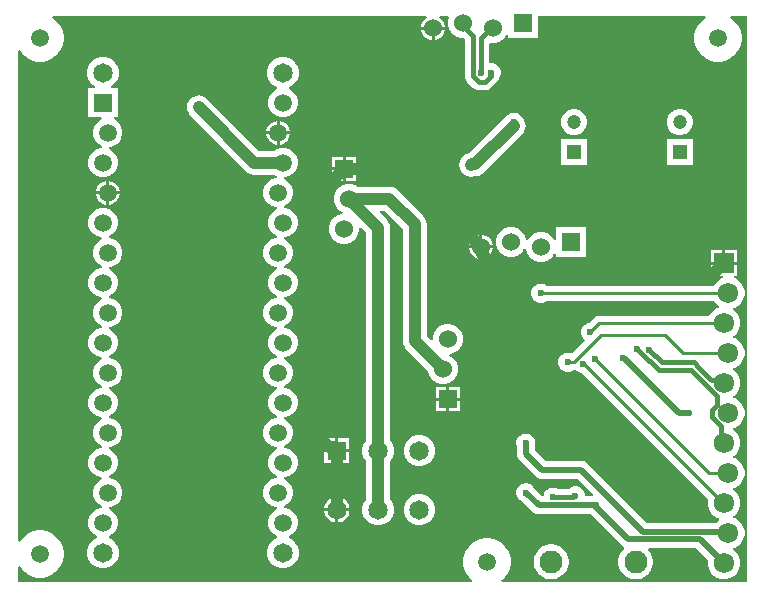
<source format=gbr>
%TF.GenerationSoftware,Altium Limited,Altium Designer,24.0.1 (36)*%
G04 Layer_Physical_Order=2*
G04 Layer_Color=16711680*
%FSLAX45Y45*%
%MOMM*%
%TF.SameCoordinates,87475131-42DB-44E4-9C0F-69BDD36FC7AA*%
%TF.FilePolarity,Positive*%
%TF.FileFunction,Copper,L2,Bot,Signal*%
%TF.Part,Single*%
G01*
G75*
%TA.AperFunction,Conductor*%
%ADD18C,1.00000*%
%ADD19C,0.38100*%
%ADD20C,0.25400*%
%ADD21C,0.50000*%
%TA.AperFunction,ComponentPad*%
%ADD22R,1.52400X1.52400*%
%ADD23C,1.52400*%
%ADD24R,1.52400X1.52400*%
%ADD25C,1.50000*%
%ADD26C,1.95000*%
%ADD27C,1.72500*%
%ADD28R,1.72500X1.72500*%
%ADD29R,1.20000X1.20000*%
%ADD30C,1.20000*%
%ADD31R,1.65000X1.65000*%
%ADD32C,1.65000*%
%ADD33C,1.65100*%
%ADD34C,1.50800*%
%ADD35R,1.50800X1.50800*%
%TA.AperFunction,ViaPad*%
%ADD36C,0.60000*%
G36*
X6228842Y57658D02*
X4152293D01*
X4148606Y69811D01*
X4153520Y73094D01*
X4181406Y100980D01*
X4203315Y133770D01*
X4218407Y170204D01*
X4226100Y208882D01*
Y248318D01*
X4218407Y286996D01*
X4203315Y323430D01*
X4181406Y356220D01*
X4153520Y384106D01*
X4120730Y406015D01*
X4084296Y421107D01*
X4045618Y428800D01*
X4006182D01*
X3967504Y421107D01*
X3931070Y406015D01*
X3898280Y384106D01*
X3870394Y356220D01*
X3848485Y323430D01*
X3833393Y286996D01*
X3825700Y248318D01*
Y208882D01*
X3833393Y170204D01*
X3848485Y133770D01*
X3870394Y100980D01*
X3898280Y73094D01*
X3903194Y69811D01*
X3899507Y57658D01*
X57658D01*
Y183729D01*
X70358Y187582D01*
X85794Y164480D01*
X113680Y136594D01*
X146470Y114685D01*
X182904Y99593D01*
X221582Y91900D01*
X261018D01*
X299696Y99593D01*
X336130Y114685D01*
X368920Y136594D01*
X396806Y164480D01*
X418715Y197270D01*
X433807Y233704D01*
X441500Y272382D01*
Y311818D01*
X433807Y350496D01*
X418715Y386930D01*
X396806Y419720D01*
X368920Y447606D01*
X336130Y469515D01*
X299696Y484607D01*
X261018Y492300D01*
X221582D01*
X182904Y484607D01*
X146470Y469515D01*
X113680Y447606D01*
X85794Y419720D01*
X70358Y396618D01*
X57658Y400471D01*
Y4552529D01*
X70358Y4556382D01*
X85794Y4533280D01*
X113680Y4505394D01*
X146470Y4483485D01*
X182904Y4468393D01*
X221582Y4460700D01*
X261018D01*
X299696Y4468393D01*
X336130Y4483485D01*
X368920Y4505394D01*
X396806Y4533280D01*
X418715Y4566070D01*
X433807Y4602504D01*
X441500Y4641182D01*
Y4680618D01*
X433807Y4719296D01*
X418715Y4755730D01*
X396806Y4788520D01*
X368920Y4816406D01*
X345818Y4831842D01*
X349671Y4844542D01*
X3511233D01*
X3514636Y4831842D01*
X3507116Y4827500D01*
X3488200Y4808584D01*
X3474824Y4785416D01*
X3467900Y4759576D01*
Y4758901D01*
X3569499D01*
X3671100D01*
Y4759576D01*
X3664176Y4785416D01*
X3650800Y4808584D01*
X3631884Y4827500D01*
X3624364Y4831842D01*
X3627767Y4844542D01*
X3698255D01*
X3704871Y4831842D01*
X3697100Y4802841D01*
Y4769559D01*
X3705714Y4737411D01*
X3722355Y4708588D01*
X3745888Y4685055D01*
X3774711Y4668414D01*
X3806859Y4659800D01*
X3831120D01*
X3840618Y4650302D01*
Y4370375D01*
Y4338191D01*
X3842998Y4320114D01*
X3849976Y4303267D01*
X3861076Y4288802D01*
X3911946Y4237931D01*
X3926412Y4226831D01*
X3943258Y4219853D01*
X3961336Y4217473D01*
X4007272D01*
X4015703Y4218583D01*
X4024150Y4219543D01*
X4024730Y4219772D01*
X4025350Y4219853D01*
X4033208Y4223108D01*
X4041117Y4226221D01*
X4041619Y4226592D01*
X4042196Y4226831D01*
X4048945Y4232010D01*
X4055778Y4237063D01*
X4074406Y4255042D01*
X4074794Y4255530D01*
X4075290Y4255910D01*
X4113390Y4294010D01*
X4124490Y4308476D01*
X4131373Y4325093D01*
X4138735Y4337844D01*
X4144200Y4358241D01*
Y4379359D01*
X4138735Y4399756D01*
X4128176Y4418044D01*
X4113244Y4432976D01*
X4094956Y4443535D01*
X4074559Y4449000D01*
X4053442D01*
X4043813Y4456388D01*
Y4613936D01*
X4053889Y4621668D01*
X4060859Y4619800D01*
X4094141D01*
X4126288Y4628414D01*
X4155111Y4645055D01*
X4178645Y4668589D01*
X4192400Y4692412D01*
X4205100Y4689009D01*
Y4659800D01*
X4457900D01*
Y4844542D01*
X5873329D01*
X5877182Y4831842D01*
X5854080Y4816406D01*
X5826194Y4788520D01*
X5804285Y4755730D01*
X5789193Y4719296D01*
X5781500Y4680618D01*
Y4641182D01*
X5789193Y4602504D01*
X5804285Y4566070D01*
X5826194Y4533280D01*
X5854080Y4505394D01*
X5886870Y4483485D01*
X5923304Y4468393D01*
X5961982Y4460700D01*
X6001418D01*
X6040096Y4468393D01*
X6076530Y4483485D01*
X6109320Y4505394D01*
X6137206Y4533280D01*
X6159115Y4566070D01*
X6174207Y4602504D01*
X6181900Y4641182D01*
Y4680618D01*
X6174207Y4719296D01*
X6159115Y4755730D01*
X6137206Y4788520D01*
X6109320Y4816406D01*
X6086218Y4831842D01*
X6090071Y4844542D01*
X6228842D01*
X6228842Y57658D01*
D02*
G37*
%LPC*%
G36*
X3671100Y4733501D02*
X3582199D01*
Y4644600D01*
X3582876D01*
X3608716Y4651524D01*
X3631884Y4664900D01*
X3650800Y4683816D01*
X3664176Y4706984D01*
X3671100Y4732824D01*
Y4733501D01*
D02*
G37*
G36*
X3556799D02*
X3467900D01*
Y4732824D01*
X3474824Y4706984D01*
X3488200Y4683816D01*
X3507116Y4664900D01*
X3530284Y4651524D01*
X3556124Y4644600D01*
X3556799D01*
Y4733501D01*
D02*
G37*
G36*
X2316177Y4501550D02*
X2281223D01*
X2247460Y4492503D01*
X2217190Y4475027D01*
X2192473Y4450310D01*
X2174997Y4420040D01*
X2165950Y4386277D01*
Y4351323D01*
X2174997Y4317560D01*
X2192473Y4287290D01*
X2217190Y4262573D01*
X2247460Y4245097D01*
X2250220Y4244357D01*
Y4235213D01*
X2249473Y4231409D01*
X2221580Y4215305D01*
X2198195Y4191920D01*
X2181659Y4163280D01*
X2173100Y4131336D01*
Y4098264D01*
X2181659Y4066320D01*
X2198195Y4037680D01*
X2221580Y4014295D01*
X2250220Y3997759D01*
X2282164Y3989200D01*
X2315236D01*
X2347180Y3997759D01*
X2375820Y4014295D01*
X2399205Y4037680D01*
X2415741Y4066320D01*
X2424300Y4098264D01*
Y4131336D01*
X2415741Y4163280D01*
X2399205Y4191920D01*
X2375820Y4215305D01*
X2347927Y4231409D01*
X2347180Y4235213D01*
Y4244357D01*
X2349940Y4245097D01*
X2380210Y4262573D01*
X2404927Y4287290D01*
X2422403Y4317560D01*
X2431450Y4351323D01*
Y4386277D01*
X2422403Y4420040D01*
X2404927Y4450310D01*
X2380210Y4475027D01*
X2349940Y4492503D01*
X2316177Y4501550D01*
D02*
G37*
G36*
X2271971Y3961600D02*
X2271400D01*
Y3873500D01*
X2359500D01*
Y3874070D01*
X2352631Y3899707D01*
X2339360Y3922692D01*
X2320593Y3941460D01*
X2297607Y3954730D01*
X2271971Y3961600D01*
D02*
G37*
G36*
X2246000D02*
X2245430D01*
X2219793Y3954730D01*
X2196808Y3941460D01*
X2178040Y3922692D01*
X2164770Y3899707D01*
X2157900Y3874070D01*
Y3873500D01*
X2246000D01*
Y3961600D01*
D02*
G37*
G36*
X4777008Y4059900D02*
X4747992D01*
X4719964Y4052390D01*
X4694836Y4037882D01*
X4674318Y4017364D01*
X4659810Y3992236D01*
X4652300Y3964208D01*
Y3935192D01*
X4659810Y3907164D01*
X4674318Y3882036D01*
X4694836Y3861518D01*
X4719964Y3847010D01*
X4747992Y3839500D01*
X4777008D01*
X4805036Y3847010D01*
X4830164Y3861518D01*
X4850682Y3882036D01*
X4865190Y3907164D01*
X4872700Y3935192D01*
Y3964208D01*
X4865190Y3992236D01*
X4850682Y4017364D01*
X4830164Y4037882D01*
X4805036Y4052390D01*
X4777008Y4059900D01*
D02*
G37*
G36*
X5672862Y4059899D02*
X5643845D01*
X5615818Y4052390D01*
X5590689Y4037881D01*
X5570171Y4017364D01*
X5555663Y3992235D01*
X5548153Y3964208D01*
Y3935191D01*
X5555663Y3907164D01*
X5570171Y3882035D01*
X5590689Y3861518D01*
X5615818Y3847009D01*
X5643845Y3839500D01*
X5672862D01*
X5700889Y3847009D01*
X5726018Y3861518D01*
X5746535Y3882035D01*
X5761044Y3907164D01*
X5768553Y3935191D01*
Y3964208D01*
X5761044Y3992235D01*
X5746535Y4017364D01*
X5726018Y4037881D01*
X5700889Y4052390D01*
X5672862Y4059899D01*
D02*
G37*
G36*
X2359500Y3848100D02*
X2271400D01*
Y3760000D01*
X2271971D01*
X2297607Y3766870D01*
X2320593Y3780140D01*
X2339360Y3798908D01*
X2352631Y3821893D01*
X2359500Y3847530D01*
Y3848100D01*
D02*
G37*
G36*
X2246000D02*
X2157900D01*
Y3847530D01*
X2164770Y3821893D01*
X2178040Y3798908D01*
X2196808Y3780140D01*
X2219793Y3766870D01*
X2245430Y3760000D01*
X2246000D01*
Y3848100D01*
D02*
G37*
G36*
X4872700Y3805900D02*
X4652300D01*
Y3585500D01*
X4872700D01*
Y3805900D01*
D02*
G37*
G36*
X5768553Y3805899D02*
X5548153D01*
Y3585500D01*
X5768553D01*
Y3805899D01*
D02*
G37*
G36*
X2919100Y3657600D02*
X2830200D01*
Y3568700D01*
X2919100D01*
Y3657600D01*
D02*
G37*
G36*
X2804800D02*
X2715900D01*
Y3568700D01*
X2804800D01*
Y3657600D01*
D02*
G37*
G36*
X4265059Y4029900D02*
X4243941D01*
X4223544Y4024435D01*
X4205256Y4013876D01*
X4190324Y3998944D01*
X4187986Y3994895D01*
X4183037Y3991097D01*
X3885316Y3693376D01*
X3872743Y3691721D01*
X3848368Y3681625D01*
X3827437Y3665563D01*
X3822063Y3660190D01*
X3806002Y3639259D01*
X3795906Y3614884D01*
X3792462Y3588727D01*
X3795906Y3562569D01*
X3806002Y3538194D01*
X3822063Y3517263D01*
X3842994Y3501202D01*
X3867369Y3491106D01*
X3893527Y3487662D01*
X3919684Y3491106D01*
X3924343Y3493035D01*
X3928966D01*
X3955124Y3496479D01*
X3979499Y3506575D01*
X4000430Y3522637D01*
X4325963Y3848170D01*
X4342025Y3869101D01*
X4352121Y3893476D01*
X4355565Y3919634D01*
X4352121Y3945791D01*
X4342025Y3970166D01*
X4325963Y3991097D01*
X4321014Y3994895D01*
X4318676Y3998944D01*
X4303744Y4013876D01*
X4285456Y4024435D01*
X4265059Y4029900D01*
D02*
G37*
G36*
X792177Y4501550D02*
X757223D01*
X723460Y4492503D01*
X693190Y4475027D01*
X668473Y4450310D01*
X650997Y4420040D01*
X641950Y4386277D01*
Y4351323D01*
X650997Y4317560D01*
X668473Y4287290D01*
X693190Y4262573D01*
X709598Y4253100D01*
X706195Y4240400D01*
X649100D01*
Y3989200D01*
X761750D01*
X762910Y3986253D01*
X763898Y3976500D01*
X737580Y3961305D01*
X714195Y3937920D01*
X697659Y3909280D01*
X689100Y3877336D01*
Y3844264D01*
X697659Y3812320D01*
X714195Y3783680D01*
X737580Y3760295D01*
X763898Y3745100D01*
X762910Y3735347D01*
X761750Y3732400D01*
X758164D01*
X726220Y3723841D01*
X697580Y3707305D01*
X674195Y3683920D01*
X657659Y3655280D01*
X649100Y3623336D01*
Y3590264D01*
X657659Y3558320D01*
X674195Y3529680D01*
X697580Y3506295D01*
X726220Y3489759D01*
X758164Y3481200D01*
X791236D01*
X823180Y3489759D01*
X851820Y3506295D01*
X875205Y3529680D01*
X891741Y3558320D01*
X900300Y3590264D01*
Y3623336D01*
X891741Y3655280D01*
X875205Y3683920D01*
X851820Y3707305D01*
X825502Y3722500D01*
X826490Y3732253D01*
X827650Y3735200D01*
X831236D01*
X863180Y3743759D01*
X891820Y3760295D01*
X915205Y3783680D01*
X931741Y3812320D01*
X940300Y3844264D01*
Y3877336D01*
X931741Y3909280D01*
X915205Y3937920D01*
X891820Y3961305D01*
X865502Y3976500D01*
X866490Y3986253D01*
X867650Y3989200D01*
X900300D01*
Y4240400D01*
X843205D01*
X839802Y4253100D01*
X856210Y4262573D01*
X880927Y4287290D01*
X898403Y4317560D01*
X907450Y4351323D01*
Y4386277D01*
X898403Y4420040D01*
X880927Y4450310D01*
X856210Y4475027D01*
X825940Y4492503D01*
X792177Y4501550D01*
D02*
G37*
G36*
X2919100Y3543300D02*
X2830200D01*
Y3454400D01*
X2919100D01*
Y3543300D01*
D02*
G37*
G36*
X2804800D02*
X2715900D01*
Y3454400D01*
X2804800D01*
Y3543300D01*
D02*
G37*
G36*
X827970Y3453600D02*
X827400D01*
Y3365500D01*
X915500D01*
Y3366070D01*
X908630Y3391707D01*
X895360Y3414692D01*
X876592Y3433460D01*
X853607Y3446730D01*
X827970Y3453600D01*
D02*
G37*
G36*
X802000D02*
X801429D01*
X775793Y3446730D01*
X752807Y3433460D01*
X734040Y3414692D01*
X720769Y3391707D01*
X713900Y3366070D01*
Y3365500D01*
X802000D01*
Y3453600D01*
D02*
G37*
G36*
X915500Y3340100D02*
X827400D01*
Y3252000D01*
X827970D01*
X853607Y3258870D01*
X876592Y3272140D01*
X895360Y3290908D01*
X908630Y3313893D01*
X915500Y3339530D01*
Y3340100D01*
D02*
G37*
G36*
X802000D02*
X713900D01*
Y3339530D01*
X720769Y3313893D01*
X734040Y3290908D01*
X752807Y3272140D01*
X775793Y3258870D01*
X801429Y3252000D01*
X802000D01*
Y3340100D01*
D02*
G37*
G36*
X4863500Y3060100D02*
X4610700D01*
Y2950891D01*
X4598000Y2947488D01*
X4584245Y2971312D01*
X4560711Y2994845D01*
X4531889Y3011486D01*
X4499741Y3020100D01*
X4466459D01*
X4434311Y3011486D01*
X4405489Y2994845D01*
X4381955Y2971312D01*
X4368200Y2947488D01*
X4356528Y2950110D01*
X4355399Y2950716D01*
X4346886Y2982489D01*
X4330245Y3011311D01*
X4306711Y3034845D01*
X4277889Y3051486D01*
X4245741Y3060100D01*
X4212459D01*
X4180311Y3051486D01*
X4151489Y3034845D01*
X4127955Y3011311D01*
X4111314Y2982489D01*
X4102700Y2950341D01*
Y2917059D01*
X4111314Y2884911D01*
X4127955Y2856089D01*
X4151489Y2832555D01*
X4180311Y2815914D01*
X4212459Y2807300D01*
X4245741D01*
X4277889Y2815914D01*
X4306711Y2832555D01*
X4330245Y2856089D01*
X4344000Y2879912D01*
X4355672Y2877290D01*
X4356801Y2876684D01*
X4365314Y2844912D01*
X4381955Y2816089D01*
X4405489Y2792555D01*
X4434311Y2775914D01*
X4466459Y2767300D01*
X4499741D01*
X4531889Y2775914D01*
X4560711Y2792555D01*
X4584245Y2816089D01*
X4598000Y2839912D01*
X4610700Y2836509D01*
Y2807300D01*
X4863500D01*
Y3060100D01*
D02*
G37*
G36*
X3988476Y2995300D02*
X3987800D01*
Y2906400D01*
X4076700D01*
Y2907076D01*
X4069776Y2932916D01*
X4056400Y2956084D01*
X4037484Y2975000D01*
X4014316Y2988376D01*
X3988476Y2995300D01*
D02*
G37*
G36*
X3962400D02*
X3961724D01*
X3935884Y2988376D01*
X3912716Y2975000D01*
X3893800Y2956084D01*
X3880424Y2932916D01*
X3873500Y2907076D01*
Y2906400D01*
X3962400D01*
Y2995300D01*
D02*
G37*
G36*
X4076700Y2881000D02*
X3987800D01*
Y2792100D01*
X3988476D01*
X4014316Y2799024D01*
X4037484Y2812400D01*
X4056400Y2831316D01*
X4069776Y2854484D01*
X4076700Y2880324D01*
Y2881000D01*
D02*
G37*
G36*
X3962400D02*
X3873500D01*
Y2880324D01*
X3880424Y2854484D01*
X3893800Y2831316D01*
X3912716Y2812400D01*
X3935884Y2799024D01*
X3961724Y2792100D01*
X3962400D01*
Y2881000D01*
D02*
G37*
G36*
X6142250Y2867550D02*
X6043300D01*
Y2768600D01*
X6142250D01*
Y2867550D01*
D02*
G37*
G36*
X6017900D02*
X5918950D01*
Y2768600D01*
X6017900D01*
Y2867550D01*
D02*
G37*
G36*
X6142250Y2743200D02*
X6030600D01*
X5918950D01*
Y2644250D01*
X6025585D01*
X6027257Y2631550D01*
X6017932Y2629051D01*
X5986818Y2611087D01*
X5961413Y2585682D01*
X5950068Y2566032D01*
X4532388D01*
X4532344Y2566076D01*
X4514056Y2576635D01*
X4493659Y2582100D01*
X4472541D01*
X4452144Y2576635D01*
X4433856Y2566076D01*
X4418924Y2551144D01*
X4408365Y2532856D01*
X4402900Y2512459D01*
Y2491341D01*
X4408365Y2470944D01*
X4418924Y2452656D01*
X4433856Y2437724D01*
X4452144Y2427165D01*
X4472541Y2421700D01*
X4493659D01*
X4514056Y2427165D01*
X4532344Y2437724D01*
X4532388Y2437768D01*
X5950068D01*
X5961413Y2418118D01*
X5986818Y2392713D01*
X5990524Y2390573D01*
X5988867Y2377981D01*
X5977932Y2375051D01*
X5946818Y2357087D01*
X5921413Y2331682D01*
X5910068Y2312032D01*
X4978400D01*
X4953858Y2307151D01*
X4933052Y2293248D01*
X4891703Y2251900D01*
X4891641D01*
X4871244Y2246435D01*
X4852956Y2235876D01*
X4838024Y2220944D01*
X4827465Y2202656D01*
X4822000Y2182259D01*
Y2161141D01*
X4827465Y2140744D01*
X4838024Y2122456D01*
X4852956Y2107524D01*
X4853965Y2099862D01*
X4745117Y1991014D01*
X4742656Y1992435D01*
X4722259Y1997900D01*
X4701141D01*
X4680744Y1992435D01*
X4662456Y1981876D01*
X4647524Y1966944D01*
X4636965Y1948656D01*
X4631500Y1928259D01*
Y1907141D01*
X4636965Y1886744D01*
X4647524Y1868456D01*
X4662456Y1853524D01*
X4680744Y1842965D01*
X4701141Y1837500D01*
X4722259D01*
X4742656Y1842965D01*
X4760944Y1853524D01*
X4760988Y1853568D01*
X4762500D01*
X4774419Y1855938D01*
X4774524Y1855756D01*
X4789456Y1840824D01*
X4807744Y1830265D01*
X4828141Y1824800D01*
X4833603D01*
X5898882Y759522D01*
X5894150Y741864D01*
Y705936D01*
X5903449Y671232D01*
X5921413Y640118D01*
X5946818Y614713D01*
X5977932Y596749D01*
X5988867Y593819D01*
X5990524Y581227D01*
X5986818Y579087D01*
X5965379Y557649D01*
X5378918D01*
X4879633Y1056933D01*
X4863924Y1068987D01*
X4845631Y1076565D01*
X4826000Y1079149D01*
X4527218D01*
X4431949Y1174418D01*
Y1205103D01*
X4436300Y1221341D01*
Y1242459D01*
X4430835Y1262856D01*
X4420276Y1281144D01*
X4405344Y1296076D01*
X4387056Y1306635D01*
X4366659Y1312100D01*
X4345541D01*
X4325144Y1306635D01*
X4306856Y1296076D01*
X4291924Y1281144D01*
X4281365Y1262856D01*
X4275900Y1242459D01*
Y1221341D01*
X4280251Y1205103D01*
Y1143000D01*
X4282835Y1123369D01*
X4290413Y1105076D01*
X4302467Y1089367D01*
X4442166Y949668D01*
X4442167Y949667D01*
X4457876Y937613D01*
X4476169Y930035D01*
X4495800Y927451D01*
X4794582D01*
X4926275Y795758D01*
X4922479Y781593D01*
X4919703Y780849D01*
X4855400D01*
Y797959D01*
X4849935Y818356D01*
X4839376Y836644D01*
X4824444Y851576D01*
X4806156Y862135D01*
X4785759Y867600D01*
X4764641D01*
X4744244Y862135D01*
X4725956Y851576D01*
X4718928Y844548D01*
X4624121D01*
X4615656Y849435D01*
X4595259Y854900D01*
X4574141D01*
X4553744Y849435D01*
X4535456Y838876D01*
X4520524Y823944D01*
X4509965Y805656D01*
X4505164Y787737D01*
X4496999Y784732D01*
X4491800Y784367D01*
X4428682Y847485D01*
X4420276Y862044D01*
X4405344Y876976D01*
X4387056Y887535D01*
X4366659Y893000D01*
X4345541D01*
X4325144Y887535D01*
X4306856Y876976D01*
X4291924Y862044D01*
X4281365Y843756D01*
X4275900Y823359D01*
Y802241D01*
X4281365Y781844D01*
X4291924Y763556D01*
X4306856Y748624D01*
X4321415Y740218D01*
X4410265Y651368D01*
X4410266Y651367D01*
X4425975Y639313D01*
X4444268Y631736D01*
X4463900Y629151D01*
X4463902Y629151D01*
X4902382D01*
X5166067Y365467D01*
X5181776Y353413D01*
X5185741Y351770D01*
X5187158Y337437D01*
X5170374Y320653D01*
X5154210Y296462D01*
X5143076Y269582D01*
X5137400Y241047D01*
Y211953D01*
X5143076Y183417D01*
X5154210Y156538D01*
X5170374Y132347D01*
X5190947Y111774D01*
X5215138Y95610D01*
X5242017Y84476D01*
X5270553Y78800D01*
X5299647D01*
X5328182Y84476D01*
X5355062Y95610D01*
X5379253Y111774D01*
X5399826Y132347D01*
X5415990Y156538D01*
X5427124Y183417D01*
X5432800Y211953D01*
Y241047D01*
X5427124Y269582D01*
X5415990Y296462D01*
X5399826Y320653D01*
X5389928Y330551D01*
X5395189Y343251D01*
X5795982D01*
X5896521Y242712D01*
X5894150Y233864D01*
Y197936D01*
X5903449Y163232D01*
X5921413Y132118D01*
X5946818Y106713D01*
X5977932Y88749D01*
X6012636Y79450D01*
X6048564D01*
X6083268Y88749D01*
X6114382Y106713D01*
X6139787Y132118D01*
X6157751Y163232D01*
X6167050Y197936D01*
Y233864D01*
X6157751Y268568D01*
X6139787Y299682D01*
X6114382Y325087D01*
X6110676Y327227D01*
X6112333Y339819D01*
X6123268Y342749D01*
X6154382Y360713D01*
X6179787Y386118D01*
X6197751Y417232D01*
X6207050Y451936D01*
Y487864D01*
X6197751Y522568D01*
X6179787Y553682D01*
X6154382Y579087D01*
X6123268Y597051D01*
X6112333Y599981D01*
X6110676Y612573D01*
X6114382Y614713D01*
X6139787Y640118D01*
X6157751Y671232D01*
X6167050Y705936D01*
Y741864D01*
X6157751Y776568D01*
X6139787Y807682D01*
X6114382Y833087D01*
X6110676Y835227D01*
X6112333Y847819D01*
X6123268Y850749D01*
X6154382Y868713D01*
X6179787Y894118D01*
X6197751Y925232D01*
X6207050Y959936D01*
Y995864D01*
X6197751Y1030568D01*
X6179787Y1061682D01*
X6154382Y1087087D01*
X6123268Y1105051D01*
X6112333Y1107981D01*
X6110676Y1120573D01*
X6114382Y1122713D01*
X6139787Y1148118D01*
X6157751Y1179232D01*
X6167050Y1213936D01*
Y1249864D01*
X6157751Y1284568D01*
X6139787Y1315682D01*
X6114382Y1341087D01*
X6110676Y1343227D01*
X6112333Y1355819D01*
X6123268Y1358749D01*
X6154382Y1376713D01*
X6179787Y1402118D01*
X6197751Y1433232D01*
X6207050Y1467936D01*
Y1503864D01*
X6197751Y1538568D01*
X6179787Y1569682D01*
X6154382Y1595087D01*
X6123268Y1613051D01*
X6112333Y1615981D01*
X6110676Y1628573D01*
X6114382Y1630713D01*
X6139787Y1656118D01*
X6157751Y1687232D01*
X6167050Y1721936D01*
Y1757864D01*
X6157751Y1792568D01*
X6139787Y1823682D01*
X6114382Y1849087D01*
X6110676Y1851227D01*
X6112333Y1863819D01*
X6123268Y1866749D01*
X6154382Y1884713D01*
X6179787Y1910118D01*
X6197751Y1941232D01*
X6207050Y1975936D01*
Y2011864D01*
X6197751Y2046568D01*
X6179787Y2077682D01*
X6154382Y2103087D01*
X6123268Y2121051D01*
X6112333Y2123981D01*
X6110676Y2136573D01*
X6114382Y2138713D01*
X6139787Y2164118D01*
X6157751Y2195232D01*
X6167050Y2229936D01*
Y2265864D01*
X6157751Y2300568D01*
X6139787Y2331682D01*
X6114382Y2357087D01*
X6110676Y2359227D01*
X6112333Y2371819D01*
X6123268Y2374749D01*
X6154382Y2392713D01*
X6179787Y2418118D01*
X6197751Y2449232D01*
X6207050Y2483936D01*
Y2519864D01*
X6197751Y2554568D01*
X6179787Y2585682D01*
X6154382Y2611087D01*
X6123268Y2629051D01*
X6113943Y2631550D01*
X6115615Y2644250D01*
X6142250D01*
Y2743200D01*
D02*
G37*
G36*
X2874141Y3428400D02*
X2840859D01*
X2808711Y3419786D01*
X2779889Y3403145D01*
X2756355Y3379611D01*
X2739714Y3350789D01*
X2731100Y3318641D01*
Y3285359D01*
X2739714Y3253211D01*
X2756355Y3224389D01*
X2779889Y3200855D01*
X2803712Y3187100D01*
X2801090Y3175428D01*
X2800484Y3174299D01*
X2768712Y3165786D01*
X2739889Y3149145D01*
X2716355Y3125611D01*
X2699714Y3096789D01*
X2691100Y3064641D01*
Y3031359D01*
X2699714Y2999211D01*
X2716355Y2970389D01*
X2739889Y2946855D01*
X2768712Y2930214D01*
X2800859Y2921600D01*
X2834141D01*
X2866289Y2930214D01*
X2895112Y2946855D01*
X2918645Y2970389D01*
X2935286Y2999211D01*
X2943900Y3031359D01*
Y3054712D01*
X2956600Y3059973D01*
X3003335Y3013238D01*
Y1255002D01*
X2998213Y1249880D01*
X2980743Y1219620D01*
X2971700Y1185870D01*
Y1150930D01*
X2980743Y1117180D01*
X2998213Y1086920D01*
X3003335Y1081798D01*
Y755002D01*
X2998213Y749880D01*
X2980743Y719620D01*
X2971700Y685870D01*
Y650930D01*
X2980743Y617180D01*
X2998213Y586920D01*
X3022920Y562214D01*
X3053180Y544743D01*
X3086930Y535700D01*
X3121870D01*
X3155620Y544743D01*
X3185880Y562214D01*
X3210586Y586920D01*
X3228057Y617180D01*
X3237100Y650930D01*
Y685870D01*
X3228057Y719620D01*
X3210586Y749880D01*
X3205465Y755002D01*
Y1081798D01*
X3210586Y1086920D01*
X3228057Y1117180D01*
X3237100Y1150930D01*
Y1185870D01*
X3228057Y1219620D01*
X3210586Y1249880D01*
X3205465Y1255002D01*
Y3055100D01*
X3202021Y3081257D01*
X3191925Y3105632D01*
X3175863Y3126563D01*
X3113225Y3189202D01*
X3118085Y3200935D01*
X3158538D01*
X3315235Y3044238D01*
Y2094400D01*
X3318679Y2068242D01*
X3328775Y2043868D01*
X3344837Y2022937D01*
X3527100Y1840673D01*
Y1840559D01*
X3535714Y1808411D01*
X3552355Y1779589D01*
X3575888Y1756055D01*
X3604711Y1739414D01*
X3636859Y1730800D01*
X3670141D01*
X3702289Y1739414D01*
X3731111Y1756055D01*
X3754645Y1779589D01*
X3771286Y1808411D01*
X3779900Y1840559D01*
Y1873841D01*
X3771286Y1905989D01*
X3754645Y1934811D01*
X3731111Y1958345D01*
X3707288Y1972100D01*
X3709910Y1983771D01*
X3710516Y1984901D01*
X3742288Y1993414D01*
X3771111Y2010055D01*
X3794645Y2033589D01*
X3811286Y2062411D01*
X3819900Y2094559D01*
Y2127841D01*
X3811286Y2159989D01*
X3794645Y2188811D01*
X3771111Y2212345D01*
X3742288Y2228986D01*
X3710141Y2237600D01*
X3676859D01*
X3644711Y2228986D01*
X3615888Y2212345D01*
X3592355Y2188811D01*
X3575714Y2159989D01*
X3567100Y2127841D01*
Y2104488D01*
X3554400Y2099227D01*
X3517365Y2136262D01*
Y3086100D01*
X3513921Y3112257D01*
X3503825Y3136632D01*
X3487763Y3157563D01*
X3271863Y3373463D01*
X3250932Y3389525D01*
X3226557Y3399621D01*
X3200400Y3403065D01*
X2935192D01*
X2935111Y3403145D01*
X2906289Y3419786D01*
X2874141Y3428400D01*
D02*
G37*
G36*
X3795100Y1704800D02*
X3706200D01*
Y1615900D01*
X3795100D01*
Y1704800D01*
D02*
G37*
G36*
X3680800D02*
X3591900D01*
Y1615900D01*
X3680800D01*
Y1704800D01*
D02*
G37*
G36*
X3795100Y1590500D02*
X3706200D01*
Y1501600D01*
X3795100D01*
Y1590500D01*
D02*
G37*
G36*
X3680800D02*
X3591900D01*
Y1501600D01*
X3680800D01*
Y1590500D01*
D02*
G37*
G36*
X2862300Y1276300D02*
X2767100D01*
Y1181100D01*
X2862300D01*
Y1276300D01*
D02*
G37*
G36*
X2741700D02*
X2646500D01*
Y1181100D01*
X2741700D01*
Y1276300D01*
D02*
G37*
G36*
X2862300Y1155700D02*
X2767100D01*
Y1060500D01*
X2862300D01*
Y1155700D01*
D02*
G37*
G36*
X2741700D02*
X2646500D01*
Y1060500D01*
X2741700D01*
Y1155700D01*
D02*
G37*
G36*
X3471870Y1301100D02*
X3436930D01*
X3403180Y1292057D01*
X3372920Y1274586D01*
X3348214Y1249880D01*
X3330743Y1219620D01*
X3321700Y1185870D01*
Y1150930D01*
X3330743Y1117180D01*
X3348214Y1086920D01*
X3372920Y1062214D01*
X3403180Y1044743D01*
X3436930Y1035700D01*
X3471870D01*
X3505620Y1044743D01*
X3535880Y1062214D01*
X3560586Y1086920D01*
X3578057Y1117180D01*
X3587100Y1150930D01*
Y1185870D01*
X3578057Y1219620D01*
X3560586Y1249880D01*
X3535880Y1274586D01*
X3505620Y1292057D01*
X3471870Y1301100D01*
D02*
G37*
G36*
X2768605Y776300D02*
X2767100D01*
Y681100D01*
X2862300D01*
Y682605D01*
X2854947Y710048D01*
X2840741Y734652D01*
X2820652Y754741D01*
X2796048Y768947D01*
X2768605Y776300D01*
D02*
G37*
G36*
X2741700D02*
X2740195D01*
X2712752Y768947D01*
X2688148Y754741D01*
X2668058Y734652D01*
X2653853Y710048D01*
X2646500Y682605D01*
Y681100D01*
X2741700D01*
Y776300D01*
D02*
G37*
G36*
X2862300Y655700D02*
X2767100D01*
Y560500D01*
X2768605D01*
X2796048Y567853D01*
X2820652Y582059D01*
X2840741Y602148D01*
X2854947Y626752D01*
X2862300Y654195D01*
Y655700D01*
D02*
G37*
G36*
X2741700D02*
X2646500D01*
Y654195D01*
X2653853Y626752D01*
X2668058Y602148D01*
X2688148Y582059D01*
X2712752Y567853D01*
X2740195Y560500D01*
X2741700D01*
Y655700D01*
D02*
G37*
G36*
X3471870Y801100D02*
X3436930D01*
X3403180Y792057D01*
X3372920Y774586D01*
X3348214Y749880D01*
X3330743Y719620D01*
X3321700Y685870D01*
Y650930D01*
X3330743Y617180D01*
X3348214Y586920D01*
X3372920Y562214D01*
X3403180Y544743D01*
X3436930Y535700D01*
X3471870D01*
X3505620Y544743D01*
X3535880Y562214D01*
X3560586Y586920D01*
X3578057Y617180D01*
X3587100Y650930D01*
Y685870D01*
X3578057Y719620D01*
X3560586Y749880D01*
X3535880Y774586D01*
X3505620Y792057D01*
X3471870Y801100D01*
D02*
G37*
G36*
X1587500Y4177765D02*
X1561343Y4174321D01*
X1536968Y4164224D01*
X1516037Y4148163D01*
X1499976Y4127232D01*
X1489879Y4102857D01*
X1486435Y4076700D01*
X1489879Y4050543D01*
X1499976Y4026168D01*
X1516037Y4005237D01*
X1985937Y3535337D01*
X2006868Y3519275D01*
X2031243Y3509179D01*
X2057400Y3505735D01*
X2222549D01*
X2247898Y3491100D01*
X2246910Y3481347D01*
X2245750Y3478400D01*
X2242164D01*
X2210220Y3469841D01*
X2181580Y3453305D01*
X2158195Y3429920D01*
X2141659Y3401280D01*
X2133100Y3369336D01*
Y3336264D01*
X2141659Y3304320D01*
X2158195Y3275680D01*
X2181580Y3252295D01*
X2210220Y3235759D01*
X2242164Y3227200D01*
X2245750D01*
X2246910Y3224253D01*
X2247898Y3214500D01*
X2221580Y3199305D01*
X2198195Y3175920D01*
X2181659Y3147280D01*
X2173100Y3115336D01*
Y3082264D01*
X2181659Y3050320D01*
X2198195Y3021680D01*
X2221580Y2998295D01*
X2247898Y2983100D01*
X2246910Y2973347D01*
X2245750Y2970400D01*
X2242164D01*
X2210220Y2961841D01*
X2181580Y2945305D01*
X2158195Y2921920D01*
X2141659Y2893280D01*
X2133100Y2861336D01*
Y2828264D01*
X2141659Y2796320D01*
X2158195Y2767680D01*
X2181580Y2744295D01*
X2210220Y2727759D01*
X2242164Y2719200D01*
X2245750D01*
X2246910Y2716253D01*
X2247898Y2706500D01*
X2221580Y2691305D01*
X2198195Y2667920D01*
X2181659Y2639280D01*
X2173100Y2607336D01*
Y2574264D01*
X2181659Y2542320D01*
X2198195Y2513680D01*
X2221580Y2490295D01*
X2247898Y2475100D01*
X2246910Y2465347D01*
X2245750Y2462400D01*
X2242164D01*
X2210220Y2453841D01*
X2181580Y2437305D01*
X2158195Y2413920D01*
X2141659Y2385280D01*
X2133100Y2353336D01*
Y2320264D01*
X2141659Y2288320D01*
X2158195Y2259680D01*
X2181580Y2236295D01*
X2210220Y2219759D01*
X2242164Y2211200D01*
X2245750D01*
X2246910Y2208253D01*
X2247898Y2198500D01*
X2221580Y2183305D01*
X2198195Y2159920D01*
X2181659Y2131280D01*
X2173100Y2099336D01*
Y2066264D01*
X2181659Y2034320D01*
X2198195Y2005680D01*
X2221580Y1982295D01*
X2247898Y1967100D01*
X2246910Y1957347D01*
X2245750Y1954400D01*
X2242164D01*
X2210220Y1945841D01*
X2181580Y1929305D01*
X2158195Y1905920D01*
X2141659Y1877280D01*
X2133100Y1845336D01*
Y1812264D01*
X2141659Y1780320D01*
X2158195Y1751680D01*
X2181580Y1728295D01*
X2210220Y1711759D01*
X2242164Y1703200D01*
X2245750D01*
X2246910Y1700253D01*
X2247898Y1690500D01*
X2221580Y1675305D01*
X2198195Y1651920D01*
X2181659Y1623280D01*
X2173100Y1591336D01*
Y1558264D01*
X2181659Y1526320D01*
X2198195Y1497680D01*
X2221580Y1474295D01*
X2247898Y1459100D01*
X2246910Y1449347D01*
X2245750Y1446400D01*
X2242164D01*
X2210220Y1437841D01*
X2181580Y1421305D01*
X2158195Y1397920D01*
X2141659Y1369280D01*
X2133100Y1337336D01*
Y1304264D01*
X2141659Y1272320D01*
X2158195Y1243680D01*
X2181580Y1220295D01*
X2210220Y1203759D01*
X2242164Y1195200D01*
X2245750D01*
X2246910Y1192253D01*
X2247898Y1182500D01*
X2221580Y1167305D01*
X2198195Y1143920D01*
X2181659Y1115280D01*
X2173100Y1083336D01*
Y1050264D01*
X2181659Y1018320D01*
X2198195Y989680D01*
X2221580Y966295D01*
X2247898Y951100D01*
X2246910Y941347D01*
X2245750Y938400D01*
X2242164D01*
X2210220Y929841D01*
X2181580Y913305D01*
X2158195Y889920D01*
X2141659Y861280D01*
X2133100Y829336D01*
Y796264D01*
X2141659Y764320D01*
X2158195Y735680D01*
X2181580Y712295D01*
X2210220Y695759D01*
X2242164Y687200D01*
X2245750D01*
X2246910Y684253D01*
X2247898Y674500D01*
X2221580Y659305D01*
X2198195Y635920D01*
X2181659Y607280D01*
X2173100Y575336D01*
Y542264D01*
X2181659Y510320D01*
X2198195Y481680D01*
X2221580Y458295D01*
X2249473Y442191D01*
X2250220Y438387D01*
Y429243D01*
X2247460Y428503D01*
X2217190Y411027D01*
X2192473Y386310D01*
X2174997Y356040D01*
X2165950Y322277D01*
Y287323D01*
X2174997Y253560D01*
X2192473Y223290D01*
X2217190Y198573D01*
X2247460Y181097D01*
X2281223Y172050D01*
X2316177D01*
X2349940Y181097D01*
X2380210Y198573D01*
X2404927Y223290D01*
X2422403Y253560D01*
X2431450Y287323D01*
Y322277D01*
X2422403Y356040D01*
X2404927Y386310D01*
X2380210Y411027D01*
X2349940Y428503D01*
X2347180Y429243D01*
Y438387D01*
X2347927Y442191D01*
X2375820Y458295D01*
X2399205Y481680D01*
X2415741Y510320D01*
X2424300Y542264D01*
Y575336D01*
X2415741Y607280D01*
X2399205Y635920D01*
X2375820Y659305D01*
X2347180Y675841D01*
X2315236Y684400D01*
X2311650D01*
X2310490Y687347D01*
X2309502Y697100D01*
X2335820Y712295D01*
X2359205Y735680D01*
X2375741Y764320D01*
X2384300Y796264D01*
Y829336D01*
X2375741Y861280D01*
X2359205Y889920D01*
X2335820Y913305D01*
X2309502Y928500D01*
X2310490Y938253D01*
X2311650Y941200D01*
X2315236D01*
X2347180Y949759D01*
X2375820Y966295D01*
X2399205Y989680D01*
X2415741Y1018320D01*
X2424300Y1050264D01*
Y1083336D01*
X2415741Y1115280D01*
X2399205Y1143920D01*
X2375820Y1167305D01*
X2347180Y1183841D01*
X2315236Y1192400D01*
X2311650D01*
X2310490Y1195347D01*
X2309502Y1205100D01*
X2335820Y1220295D01*
X2359205Y1243680D01*
X2375741Y1272320D01*
X2384300Y1304264D01*
Y1337336D01*
X2375741Y1369280D01*
X2359205Y1397920D01*
X2335820Y1421305D01*
X2309502Y1436500D01*
X2310490Y1446253D01*
X2311650Y1449200D01*
X2315236D01*
X2347180Y1457759D01*
X2375820Y1474295D01*
X2399205Y1497680D01*
X2415741Y1526320D01*
X2424300Y1558264D01*
Y1591336D01*
X2415741Y1623280D01*
X2399205Y1651920D01*
X2375820Y1675305D01*
X2347180Y1691841D01*
X2315236Y1700400D01*
X2311650D01*
X2310490Y1703347D01*
X2309502Y1713100D01*
X2335820Y1728295D01*
X2359205Y1751680D01*
X2375741Y1780320D01*
X2384300Y1812264D01*
Y1845336D01*
X2375741Y1877280D01*
X2359205Y1905920D01*
X2335820Y1929305D01*
X2309502Y1944500D01*
X2310490Y1954253D01*
X2311650Y1957200D01*
X2315236D01*
X2347180Y1965759D01*
X2375820Y1982295D01*
X2399205Y2005680D01*
X2415741Y2034320D01*
X2424300Y2066264D01*
Y2099336D01*
X2415741Y2131280D01*
X2399205Y2159920D01*
X2375820Y2183305D01*
X2347180Y2199841D01*
X2315236Y2208400D01*
X2311650D01*
X2310490Y2211347D01*
X2309502Y2221100D01*
X2335820Y2236295D01*
X2359205Y2259680D01*
X2375741Y2288320D01*
X2384300Y2320264D01*
Y2353336D01*
X2375741Y2385280D01*
X2359205Y2413920D01*
X2335820Y2437305D01*
X2309502Y2452500D01*
X2310490Y2462253D01*
X2311650Y2465200D01*
X2315236D01*
X2347180Y2473759D01*
X2375820Y2490295D01*
X2399205Y2513680D01*
X2415741Y2542320D01*
X2424300Y2574264D01*
Y2607336D01*
X2415741Y2639280D01*
X2399205Y2667920D01*
X2375820Y2691305D01*
X2347180Y2707841D01*
X2315236Y2716400D01*
X2311650D01*
X2310490Y2719347D01*
X2309502Y2729100D01*
X2335820Y2744295D01*
X2359205Y2767680D01*
X2375741Y2796320D01*
X2384300Y2828264D01*
Y2861336D01*
X2375741Y2893280D01*
X2359205Y2921920D01*
X2335820Y2945305D01*
X2309502Y2960500D01*
X2310490Y2970253D01*
X2311650Y2973200D01*
X2315236D01*
X2347180Y2981759D01*
X2375820Y2998295D01*
X2399205Y3021680D01*
X2415741Y3050320D01*
X2424300Y3082264D01*
Y3115336D01*
X2415741Y3147280D01*
X2399205Y3175920D01*
X2375820Y3199305D01*
X2347180Y3215841D01*
X2315236Y3224400D01*
X2311650D01*
X2310490Y3227347D01*
X2309502Y3237100D01*
X2335820Y3252295D01*
X2359205Y3275680D01*
X2375741Y3304320D01*
X2384300Y3336264D01*
Y3369336D01*
X2375741Y3401280D01*
X2359205Y3429920D01*
X2335820Y3453305D01*
X2309502Y3468500D01*
X2310490Y3478253D01*
X2311650Y3481200D01*
X2315236D01*
X2347180Y3489759D01*
X2375820Y3506295D01*
X2399205Y3529680D01*
X2415741Y3558320D01*
X2424300Y3590264D01*
Y3623336D01*
X2415741Y3655280D01*
X2399205Y3683920D01*
X2375820Y3707305D01*
X2347180Y3723841D01*
X2315236Y3732400D01*
X2282164D01*
X2250220Y3723841D01*
X2222549Y3707865D01*
X2099262D01*
X1658963Y4148163D01*
X1638032Y4164224D01*
X1613657Y4174321D01*
X1587500Y4177765D01*
D02*
G37*
G36*
X791236Y3224400D02*
X758164D01*
X726220Y3215841D01*
X697580Y3199305D01*
X674195Y3175920D01*
X657659Y3147280D01*
X649100Y3115336D01*
Y3082264D01*
X657659Y3050320D01*
X674195Y3021680D01*
X697580Y2998295D01*
X726220Y2981759D01*
X758164Y2973200D01*
X761750D01*
X762910Y2970253D01*
X763898Y2960500D01*
X737580Y2945305D01*
X714195Y2921920D01*
X697659Y2893280D01*
X689100Y2861336D01*
Y2828264D01*
X697659Y2796320D01*
X714195Y2767680D01*
X737580Y2744295D01*
X763898Y2729100D01*
X762910Y2719347D01*
X761750Y2716400D01*
X758164D01*
X726220Y2707841D01*
X697580Y2691305D01*
X674195Y2667920D01*
X657659Y2639280D01*
X649100Y2607336D01*
Y2574264D01*
X657659Y2542320D01*
X674195Y2513680D01*
X697580Y2490295D01*
X726220Y2473759D01*
X758164Y2465200D01*
X761750D01*
X762910Y2462253D01*
X763898Y2452500D01*
X737580Y2437305D01*
X714195Y2413920D01*
X697659Y2385280D01*
X689100Y2353336D01*
Y2320264D01*
X697659Y2288320D01*
X714195Y2259680D01*
X737580Y2236295D01*
X763898Y2221100D01*
X762910Y2211347D01*
X761750Y2208400D01*
X758164D01*
X726220Y2199841D01*
X697580Y2183305D01*
X674195Y2159920D01*
X657659Y2131280D01*
X649100Y2099336D01*
Y2066264D01*
X657659Y2034320D01*
X674195Y2005680D01*
X697580Y1982295D01*
X726220Y1965759D01*
X758164Y1957200D01*
X761750D01*
X762910Y1954253D01*
X763898Y1944500D01*
X737580Y1929305D01*
X714195Y1905920D01*
X697659Y1877280D01*
X689100Y1845336D01*
Y1812264D01*
X697659Y1780320D01*
X714195Y1751680D01*
X737580Y1728295D01*
X763898Y1713100D01*
X762910Y1703347D01*
X761750Y1700400D01*
X758164D01*
X726220Y1691841D01*
X697580Y1675305D01*
X674195Y1651920D01*
X657659Y1623280D01*
X649100Y1591336D01*
Y1558264D01*
X657659Y1526320D01*
X674195Y1497680D01*
X697580Y1474295D01*
X726220Y1457759D01*
X758164Y1449200D01*
X761750D01*
X762910Y1446253D01*
X763898Y1436500D01*
X737580Y1421305D01*
X714195Y1397920D01*
X697659Y1369280D01*
X689100Y1337336D01*
Y1304264D01*
X697659Y1272320D01*
X714195Y1243680D01*
X737580Y1220295D01*
X763898Y1205100D01*
X762910Y1195347D01*
X761750Y1192400D01*
X758164D01*
X726220Y1183841D01*
X697580Y1167305D01*
X674195Y1143920D01*
X657659Y1115280D01*
X649100Y1083336D01*
Y1050264D01*
X657659Y1018320D01*
X674195Y989680D01*
X697580Y966295D01*
X726220Y949759D01*
X758164Y941200D01*
X761750D01*
X762910Y938253D01*
X763898Y928500D01*
X737580Y913305D01*
X714195Y889920D01*
X697659Y861280D01*
X689100Y829336D01*
Y796264D01*
X697659Y764320D01*
X714195Y735680D01*
X737580Y712295D01*
X763898Y697100D01*
X762910Y687347D01*
X761750Y684400D01*
X758164D01*
X726220Y675841D01*
X697580Y659305D01*
X674195Y635920D01*
X657659Y607280D01*
X649100Y575336D01*
Y542264D01*
X657659Y510320D01*
X674195Y481680D01*
X697580Y458295D01*
X725473Y442191D01*
X726220Y438387D01*
Y429243D01*
X723460Y428503D01*
X693190Y411027D01*
X668473Y386310D01*
X650997Y356040D01*
X641950Y322277D01*
Y287323D01*
X650997Y253560D01*
X668473Y223290D01*
X693190Y198573D01*
X723460Y181097D01*
X757223Y172050D01*
X792177D01*
X825940Y181097D01*
X856210Y198573D01*
X880927Y223290D01*
X898403Y253560D01*
X907450Y287323D01*
Y322277D01*
X898403Y356040D01*
X880927Y386310D01*
X856210Y411027D01*
X825940Y428503D01*
X823180Y429243D01*
Y438387D01*
X823927Y442191D01*
X851820Y458295D01*
X875205Y481680D01*
X891741Y510320D01*
X900300Y542264D01*
Y575336D01*
X891741Y607280D01*
X875205Y635920D01*
X851820Y659305D01*
X825502Y674500D01*
X826490Y684253D01*
X827650Y687200D01*
X831236D01*
X863180Y695759D01*
X891820Y712295D01*
X915205Y735680D01*
X931741Y764320D01*
X940300Y796264D01*
Y829336D01*
X931741Y861280D01*
X915205Y889920D01*
X891820Y913305D01*
X863180Y929841D01*
X831236Y938400D01*
X827650D01*
X826490Y941347D01*
X825502Y951100D01*
X851820Y966295D01*
X875205Y989680D01*
X891741Y1018320D01*
X900300Y1050264D01*
Y1083336D01*
X891741Y1115280D01*
X875205Y1143920D01*
X851820Y1167305D01*
X825502Y1182500D01*
X826490Y1192253D01*
X827650Y1195200D01*
X831236D01*
X863180Y1203759D01*
X891820Y1220295D01*
X915205Y1243680D01*
X931741Y1272320D01*
X940300Y1304264D01*
Y1337336D01*
X931741Y1369280D01*
X915205Y1397920D01*
X891820Y1421305D01*
X863180Y1437841D01*
X831236Y1446400D01*
X827650D01*
X826490Y1449347D01*
X825502Y1459100D01*
X851820Y1474295D01*
X875205Y1497680D01*
X891741Y1526320D01*
X900300Y1558264D01*
Y1591336D01*
X891741Y1623280D01*
X875205Y1651920D01*
X851820Y1675305D01*
X825502Y1690500D01*
X826490Y1700253D01*
X827650Y1703200D01*
X831236D01*
X863180Y1711759D01*
X891820Y1728295D01*
X915205Y1751680D01*
X931741Y1780320D01*
X940300Y1812264D01*
Y1845336D01*
X931741Y1877280D01*
X915205Y1905920D01*
X891820Y1929305D01*
X863180Y1945841D01*
X831236Y1954400D01*
X827650D01*
X826490Y1957347D01*
X825502Y1967100D01*
X851820Y1982295D01*
X875205Y2005680D01*
X891741Y2034320D01*
X900300Y2066264D01*
Y2099336D01*
X891741Y2131280D01*
X875205Y2159920D01*
X851820Y2183305D01*
X825502Y2198500D01*
X826490Y2208253D01*
X827650Y2211200D01*
X831236D01*
X863180Y2219759D01*
X891820Y2236295D01*
X915205Y2259680D01*
X931741Y2288320D01*
X940300Y2320264D01*
Y2353336D01*
X931741Y2385280D01*
X915205Y2413920D01*
X891820Y2437305D01*
X863180Y2453841D01*
X831236Y2462400D01*
X827650D01*
X826490Y2465347D01*
X825502Y2475100D01*
X851820Y2490295D01*
X875205Y2513680D01*
X891741Y2542320D01*
X900300Y2574264D01*
Y2607336D01*
X891741Y2639280D01*
X875205Y2667920D01*
X851820Y2691305D01*
X825502Y2706500D01*
X826490Y2716253D01*
X827650Y2719200D01*
X831236D01*
X863180Y2727759D01*
X891820Y2744295D01*
X915205Y2767680D01*
X931741Y2796320D01*
X940300Y2828264D01*
Y2861336D01*
X931741Y2893280D01*
X915205Y2921920D01*
X891820Y2945305D01*
X863180Y2961841D01*
X831236Y2970400D01*
X827650D01*
X826490Y2973347D01*
X825502Y2983100D01*
X851820Y2998295D01*
X875205Y3021680D01*
X891741Y3050320D01*
X900300Y3082264D01*
Y3115336D01*
X891741Y3147280D01*
X875205Y3175920D01*
X851820Y3199305D01*
X823180Y3215841D01*
X791236Y3224400D01*
D02*
G37*
G36*
X4584647Y374200D02*
X4555553D01*
X4527018Y368524D01*
X4500138Y357390D01*
X4475947Y341226D01*
X4455374Y320653D01*
X4439210Y296462D01*
X4428076Y269582D01*
X4422400Y241047D01*
Y211953D01*
X4428076Y183417D01*
X4439210Y156538D01*
X4455374Y132347D01*
X4475947Y111774D01*
X4500138Y95610D01*
X4527018Y84476D01*
X4555553Y78800D01*
X4584647D01*
X4613183Y84476D01*
X4640062Y95610D01*
X4664253Y111774D01*
X4684826Y132347D01*
X4700990Y156538D01*
X4712124Y183417D01*
X4717800Y211953D01*
Y241047D01*
X4712124Y269582D01*
X4700990Y296462D01*
X4684826Y320653D01*
X4664253Y341226D01*
X4640062Y357390D01*
X4613183Y368524D01*
X4584647Y374200D01*
D02*
G37*
%LPD*%
D18*
X3975100Y2893700D02*
X3985126Y2883674D01*
X3312800Y3556000D02*
X3975100Y2893700D01*
X3893527Y3588727D02*
X3898900Y3594100D01*
X3928966D02*
X4254500Y3919634D01*
X3898900Y3594100D02*
X3928966D01*
X3200400Y3302000D02*
X3416300Y3086100D01*
X2857500Y3302000D02*
X3200400D01*
X3104400Y1168400D02*
Y3055100D01*
X2857500Y3302000D02*
X3104400Y3055100D01*
X3416300Y2094400D02*
Y3086100D01*
X3104400Y668400D02*
Y1168400D01*
X3416300Y2094400D02*
X3653500Y1857200D01*
X2817500Y3556000D02*
X3312800D01*
X2633617Y3372117D02*
X2817500Y3556000D01*
X4148779Y2667000D02*
X5941700D01*
X3985126Y2830652D02*
X4148779Y2667000D01*
X3985126Y2830652D02*
Y2883674D01*
X5941700Y2667000D02*
X6030600Y2755900D01*
X2754400Y668400D02*
Y1168400D01*
X2721900Y1200900D02*
X2754400Y1168400D01*
X2633617Y1259479D02*
X2692196Y1200900D01*
X2633617Y1259479D02*
Y3372117D01*
X2692196Y1200900D02*
X2721900D01*
X2057400Y3606800D02*
X2298700D01*
X1587500Y4076700D02*
X2057400Y3606800D01*
D19*
X5325449Y2005919D02*
X5478912Y1852456D01*
X5299882Y2030930D02*
X5324894Y2005919D01*
X5478912Y1852456D02*
X5751168D01*
X5399685Y2021485D02*
X5505214Y1915956D01*
X5324894Y2005919D02*
X5325449D01*
X5293956Y2030930D02*
X5299882D01*
X5505214Y1915956D02*
X5777470D01*
X3973966Y4368668D02*
Y4370375D01*
Y4660900D01*
X3910466Y4370375D02*
Y4660900D01*
Y4338191D02*
Y4370375D01*
X3973966Y4660900D02*
Y4662666D01*
X3910466Y4660900D02*
Y4679234D01*
Y4338191D02*
X3961336Y4287321D01*
X4064000Y4343400D02*
Y4368800D01*
X3961336Y4287321D02*
X4007272D01*
X4025900Y4305300D02*
X4064000Y4343400D01*
X4007272Y4287321D02*
X4025900Y4305300D01*
X3823500Y4766200D02*
X3910466Y4679234D01*
X3973966Y4662666D02*
X4057500Y4746200D01*
X3823500Y4766200D02*
Y4786200D01*
X4057500Y4746200D02*
X4077500D01*
X5917099Y1776327D02*
X5928764Y1764662D01*
X5777470Y1915956D02*
X5825463Y1867963D01*
X5917099Y1776327D01*
X5928764Y1764662D02*
X6005838D01*
X6030600Y1739900D01*
X5976462Y1558638D02*
Y1627162D01*
X5930282Y1454150D02*
X6009131Y1375300D01*
X5872197Y1731426D02*
X5976462Y1627162D01*
X5930282Y1512458D02*
X5976462Y1558638D01*
X6009131Y1253369D02*
Y1375300D01*
Y1253369D02*
X6030600Y1231900D01*
X5751168Y1852456D02*
X5780561Y1823062D01*
X5872197Y1731426D01*
X5930282Y1454150D02*
Y1512458D01*
X4584700Y774700D02*
X4756574D01*
X4769274Y787400D01*
X4775200D01*
D20*
X4991100Y2146300D02*
X5536347D01*
X4940300Y1943100D02*
X5905500Y977900D01*
X6070600D01*
X6025200Y723900D02*
X6030600D01*
X4844100Y1905000D02*
X6025200Y723900D01*
X4838700Y1905000D02*
X4844100D01*
X4711700Y1917700D02*
X4762500D01*
X4991100Y2146300D01*
X4902200Y2171700D02*
X4978400Y2247900D01*
X6030600D01*
X5536347Y2146300D02*
X5688747Y1993900D01*
X6070600D01*
X4483100Y2501900D02*
X6070600D01*
D21*
X5180526Y1954726D02*
X5182674D01*
X5649587Y1487813D01*
X5738487D01*
X5740400Y1485900D01*
X4356100Y1143000D02*
Y1231900D01*
Y1143000D02*
X4495800Y1003300D01*
X4826000D01*
X5347500Y481800D02*
X6058700D01*
X4826000Y1003300D02*
X5347500Y481800D01*
X6058700D02*
X6070600Y469900D01*
X4356100Y812800D02*
X4463900Y705000D01*
X4946500D01*
X4940821Y697979D02*
X5219700Y419100D01*
X5827400D01*
X6030600Y215900D01*
D22*
X3693500Y1603200D02*
D03*
X2817500Y3556000D02*
D03*
D23*
X3653500Y1857200D02*
D03*
X3693500Y2111200D02*
D03*
X3569500Y4746200D02*
D03*
X4077500D02*
D03*
X3823500Y4786200D02*
D03*
X3975100Y2893700D02*
D03*
X4483100D02*
D03*
X4229100Y2933700D02*
D03*
X2817500Y3048000D02*
D03*
X2857500Y3302000D02*
D03*
D24*
X4331500Y4786200D02*
D03*
X4737100Y2933700D02*
D03*
D25*
X4025900Y228600D02*
D03*
X241300Y292100D02*
D03*
Y4660900D02*
D03*
X5981700D02*
D03*
D26*
X4570100Y226500D02*
D03*
X5285100D02*
D03*
D27*
X6070600Y469900D02*
D03*
Y977900D02*
D03*
Y1485900D02*
D03*
X6030600Y2247900D02*
D03*
Y215900D02*
D03*
Y723900D02*
D03*
Y1231900D02*
D03*
Y1739900D02*
D03*
X6070600Y1993900D02*
D03*
Y2501900D02*
D03*
D28*
X6030600Y2755900D02*
D03*
D29*
X4762500Y3695700D02*
D03*
X5658353Y3695699D02*
D03*
D30*
X4762500Y3949700D02*
D03*
X5658353Y3949699D02*
D03*
D31*
X2754400Y1168400D02*
D03*
D32*
Y668400D02*
D03*
X3104400Y1168400D02*
D03*
Y668400D02*
D03*
X3454400Y1168400D02*
D03*
Y668400D02*
D03*
D33*
X2298700Y4368800D02*
D03*
X774700D02*
D03*
X2298700Y304800D02*
D03*
X774700D02*
D03*
D34*
X2298700Y4114800D02*
D03*
X2258700Y3860800D02*
D03*
X2298700Y3606800D02*
D03*
X2258700Y3352800D02*
D03*
X2298700Y3098800D02*
D03*
X2258700Y2844800D02*
D03*
X2298700Y2590800D02*
D03*
X2258700Y2336800D02*
D03*
X2298700Y2082800D02*
D03*
X2258700Y1828800D02*
D03*
X2298700Y1574800D02*
D03*
X2258700Y1320800D02*
D03*
X2298700Y1066800D02*
D03*
X2258700Y812800D02*
D03*
X2298700Y558800D02*
D03*
X774700D02*
D03*
X814700Y812800D02*
D03*
X774700Y1066800D02*
D03*
X814700Y1320800D02*
D03*
X774700Y1574800D02*
D03*
X814700Y1828800D02*
D03*
X774700Y2082800D02*
D03*
X814700Y2336800D02*
D03*
X774700Y2590800D02*
D03*
X814700Y2844800D02*
D03*
X774700Y3098800D02*
D03*
X814700Y3352800D02*
D03*
X774700Y3606800D02*
D03*
X814700Y3860800D02*
D03*
D35*
X774700Y4114800D02*
D03*
D36*
X5399685Y2021485D02*
D03*
X5293956Y2030930D02*
D03*
X3974968Y4368668D02*
D03*
X4064000Y4368800D02*
D03*
X4254500Y3949700D02*
D03*
X3893527Y3588727D02*
D03*
X5180526Y1954726D02*
D03*
X4838700Y1905000D02*
D03*
X4940300Y1943100D02*
D03*
X4902200Y2171700D02*
D03*
X4711700Y1917700D02*
D03*
X4483100Y2501900D02*
D03*
X5740400Y1485900D02*
D03*
X4356100Y1231900D02*
D03*
Y812800D02*
D03*
X4584700Y774700D02*
D03*
X4946500Y705000D02*
D03*
X4775200Y787400D02*
D03*
X1587500Y4076700D02*
D03*
%TF.MD5,ad4aa5e4b727103c405d00d6bb8c090b*%
M02*

</source>
